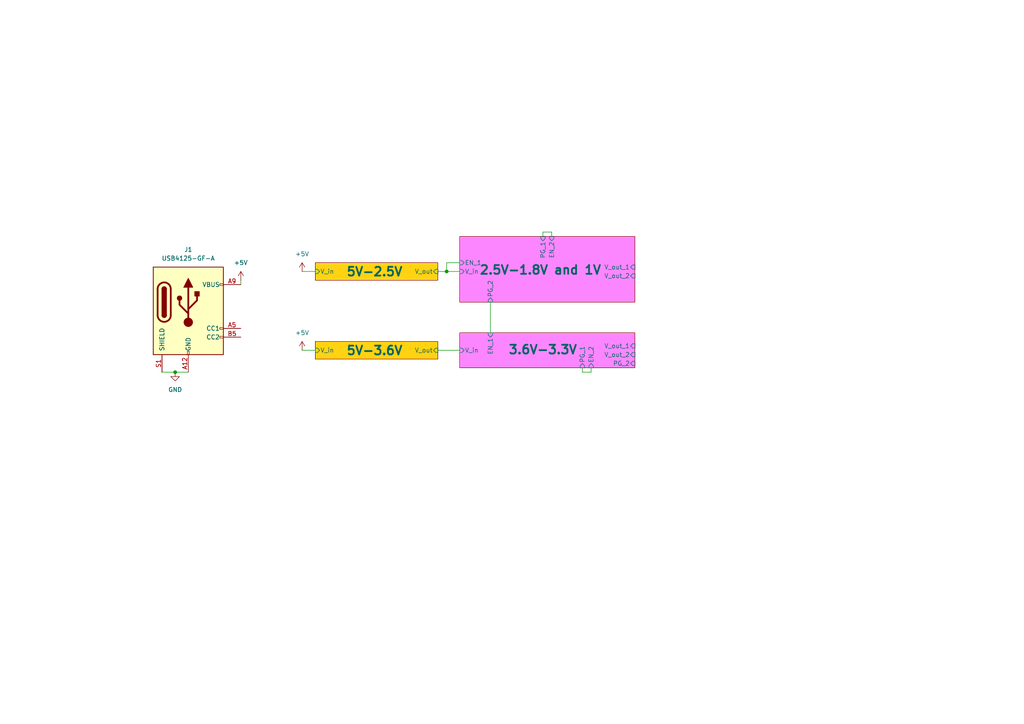
<source format=kicad_sch>
(kicad_sch (version 20250114) (generator "eeschema") (generator_version "9.0")
  (paper "A4")
  (title_block (title "PSU Stamp for Spartan7") (date "2025-07-14") (rev "0"))
  (lib_symbols
    (symbol "Connector:USB_C_Receptacle_PowerOnly_6P" (pin_names (offset 1.016))
      (property "Reference" "J" (at 0 16.51 0))
      (property "Value" "USB_C_Receptacle_PowerOnly_6P" (at 0 13.97 0))
      (symbol "USB_C_Receptacle_PowerOnly_6P_0_0"
        (rectangle (start -0.254 -12.7) (end 0.254 -11.684))
        (rectangle (start 10.16 7.874) (end 9.144 7.366))
        (rectangle (start 10.16 -4.826) (end 9.144 -5.334))
        (rectangle (start 10.16 -7.366) (end 9.144 -7.874))
      )
      (symbol "USB_C_Receptacle_PowerOnly_6P_0_1"
        (rectangle (start -10.16 12.7) (end 10.16 -12.7) (stroke (width 0.254)) (fill (type background)))
        (polyline (pts (xy -8.89 -1.27) (xy -8.89 6.35)) (stroke (width 0.508)))
        (rectangle (start -7.62 -1.27) (end -6.35 6.35) (stroke (width 0.254)) (fill (type outline)))
        (arc (start -7.62 6.35) (mid -6.985 6.9823) (end -6.35 6.35) (stroke (width 0.254)))
        (arc (start -7.62 6.35) (mid -6.985 6.9823) (end -6.35 6.35) (stroke (width 0.254)) (fill (type outline)))
        (arc (start -8.89 6.35) (mid -6.985 8.2467) (end -5.08 6.35) (stroke (width 0.508)))
        (arc (start -5.08 -1.27) (mid -6.985 -3.1667) (end -8.89 -1.27) (stroke (width 0.508)))
        (arc (start -6.35 -1.27) (mid -6.985 -1.9023) (end -7.62 -1.27) (stroke (width 0.254)))
        (arc (start -6.35 -1.27) (mid -6.985 -1.9023) (end -7.62 -1.27) (stroke (width 0.254)) (fill (type outline)))
        (polyline (pts (xy -5.08 6.35) (xy -5.08 -1.27)) (stroke (width 0.508)))
        (circle (center -2.54 3.683) (radius 0.635) (stroke (width 0.254)) (fill (type outline)))
        (polyline (pts (xy -1.27 6.858) (xy 0 9.398) (xy 1.27 6.858) (xy -1.27 6.858)) (stroke (width 0.254)) (fill (type outline)))
        (polyline (pts (xy 0 0.508) (xy 2.54 3.048) (xy 2.54 4.318)) (stroke (width 0.508)))
        (polyline (pts (xy 0 -0.762) (xy -2.54 1.778) (xy -2.54 3.048)) (stroke (width 0.508)))
        (polyline (pts (xy 0 -3.302) (xy 0 6.858)) (stroke (width 0.508)))
        (circle (center 0 -3.302) (radius 1.27) (fill (type outline)))
        (rectangle (start 1.905 4.318) (end 3.175 5.588) (stroke (width 0.254)) (fill (type outline)))
      )
      (symbol "USB_C_Receptacle_PowerOnly_6P_1_1"
        (pin passive line (at -7.62 -17.78 90) (length 5.08) (name "SHIELD") (number "S1"))
        (pin passive line (at 0 -17.78 90) (length 5.08) (name "GND") (number "A12"))
        (pin passive line (at 0 -17.78 90) (length 5.08) (hide yes) (name "GND") (number "B12"))
        (pin passive line (at 15.24 7.62 180) (length 5.08) (name "VBUS") (number "A9"))
        (pin passive line (at 15.24 7.62 180) (length 5.08) (hide yes) (name "VBUS") (number "B9"))
        (pin bidirectional line (at 15.24 -5.08 180) (length 5.08) (name "CC1") (number "A5"))
        (pin bidirectional line (at 15.24 -7.62 180) (length 5.08) (name "CC2") (number "B5"))
      )
    )
    (symbol "power:+5V" (power) (pin_numbers (hide yes)) (pin_names (offset 0) (hide yes))
      (property "Value" "+5V" (at 0 3.556 0))
      (symbol "+5V_0_1"
        (polyline (pts (xy -0.762 1.27) (xy 0 2.54)))
        (polyline (pts (xy 0 2.54) (xy 0.762 1.27)))
        (polyline (pts (xy 0 0) (xy 0 2.54)))
      )
      (symbol "+5V_1_1"
        (pin power_in line (at 0 0 90) (length 0) (name "~") (number "1"))
      )
    )
    (symbol "power:GND" (power) (pin_numbers (hide yes)) (pin_names (offset 0) (hide yes))
      (property "Value" "GND" (at 0 -3.81 0))
      (symbol "GND_0_1"
        (polyline (pts (xy 0 0) (xy 0 -1.27) (xy 1.27 -1.27) (xy 0 -2.54) (xy -1.27 -1.27) (xy 0 -1.27)))
      )
      (symbol "GND_1_1"
        (pin power_in line (at 0 0 270) (length 0) (name "~") (number "1"))
      )
    )
  )
  (junction (at 50.8 107.95))
  (junction (at 129.54 78.74))
  (wire (pts (xy 129.54 78.74) (xy 133.35 78.74)))
  (wire (pts (xy 129.54 76.2) (xy 129.54 78.74)))
  (wire (pts (xy 46.99 107.95) (xy 50.8 107.95)))
  (wire (pts (xy 168.91 107.95) (xy 171.45 107.95)))
  (wire (pts (xy 133.35 76.2) (xy 129.54 76.2)))
  (wire (pts (xy 87.63 78.74) (xy 91.44 78.74)))
  (wire (pts (xy 160.02 67.31) (xy 160.02 68.58)))
  (wire (pts (xy 127 78.74) (xy 129.54 78.74)))
  (wire (pts (xy 87.63 101.6) (xy 91.44 101.6)))
  (wire (pts (xy 157.48 67.31) (xy 160.02 67.31)))
  (wire (pts (xy 168.91 106.68) (xy 168.91 107.95)))
  (wire (pts (xy 157.48 68.58) (xy 157.48 67.31)))
  (wire (pts (xy 69.85 82.55) (xy 69.85 81.28)))
  (wire (pts (xy 127 101.6) (xy 133.35 101.6)))
  (wire (pts (xy 142.24 87.63) (xy 142.24 96.52)))
  (wire (pts (xy 171.45 107.95) (xy 171.45 106.68)))
  (wire (pts (xy 50.8 107.95) (xy 54.61 107.95)))
  (symbol (lib_id "power:+5V") (at 87.63 101.6 0) (unit 1)
    (property "Reference" "#PWR04" (effects (hide yes)))
    (property "Value" "+5V" (at 87.63 96.52 0))
    (property "Description" "Power symbol creates a global label with name \"+5V\"" (effects (hide yes)))
  )
  (symbol (lib_id "power:+5V") (at 69.85 81.28 0) (unit 1)
    (property "Reference" "#PWR02" (effects (hide yes)))
    (property "Value" "+5V" (at 69.85 76.2 0))
    (property "Description" "Power symbol creates a global label with name \"+5V\"" (effects (hide yes)))
  )
  (symbol (lib_id "power:+5V") (at 87.63 78.74 0) (unit 1)
    (property "Reference" "#PWR03" (effects (hide yes)))
    (property "Value" "+5V" (at 87.63 73.66 0))
    (property "Description" "Power symbol creates a global label with name \"+5V\"" (effects (hide yes)))
  )
  (symbol (lib_id "power:GND") (at 50.8 107.95 0) (unit 1)
    (property "Reference" "#PWR01" (effects (hide yes)))
    (property "Value" "GND" (at 50.8 113.03 0))
    (property "Description" "Power symbol creates a global label with name \"GND\" , ground" (effects (hide yes)))
  )
  (symbol (lib_id "Connector:USB_C_Receptacle_PowerOnly_6P") (at 54.61 90.17 0) (unit 1)
    (property "Reference" "J1" (at 54.61 72.39 0))
    (property "Value" "USB4125-GF-A" (at 54.61 74.93 0))
    (property "Footprint" "Connector_USB:USB_C_Receptacle_HRO_TYPE-C-31-M-17" (effects (hide yes)))
    (property "Datasheet" "https://www.usb.org/sites/default/files/documents/usb_type-c.zip" (effects (hide yes)))
    (property "Description" "USB Power-Only 6P Type-C Receptacle connector" (effects (hide yes)))
  )
  (sheet (at 91.44 76.2) (size 35.56 5.08) (stroke (width 0.1524)) (fill (color 255 210 18 1.0000))
    (property "Sheetname" "5V-2.5V" (at 100.33 80.264 0) (effects (font (size 2.54 2.54) (thickness 0.508) (bold yes)) (justify left bottom)))
    (property "Sheetfile" "LT3081EDF.kicad_sch" (effects (hide yes)))
    (pin "V_in" input (at 91.44 78.74 180))
    (pin "V_out" input (at 127 78.74 0))
  )
  (sheet (at 133.35 96.52) (size 50.8 10.16) (stroke (width 0.1524)) (fill (color 252 134 255 1.0000))
    (property "Sheetname" "3.6V-3.3V" (at 147.32 102.87 0) (effects (font (size 2.54 2.54) (thickness 0.508) (bold yes)) (justify left bottom)))
    (property "Sheetfile" "TPS7A8801RTJT.kicad_sch" (effects (hide yes)))
    (pin "V_in" input (at 133.35 101.6 180))
    (pin "V_out_1" input (at 184.15 100.33 0))
    (pin "V_out_2" input (at 184.15 102.87 0))
    (pin "EN_1" input (at 142.24 96.52 90))
    (pin "EN_2" input (at 171.45 106.68 270))
    (pin "PG_1" input (at 168.91 106.68 270))
    (pin "PG_2" input (at 184.15 105.41 0))
  )
  (sheet (at 133.35 68.58) (size 50.8 19.05) (stroke (width 0.1524)) (fill (color 252 134 255 1.0000))
    (property "Sheetname" "2.5V-1.8V and 1V" (at 138.938 79.756 0) (effects (font (size 2.54 2.54) (thickness 0.508) (bold yes)) (justify left bottom)))
    (property "Sheetfile" "TPS7A8801RTJT.kicad_sch" (effects (hide yes)))
    (pin "V_in" input (at 133.35 78.74 180))
    (pin "V_out_1" input (at 184.15 77.47 0))
    (pin "V_out_2" input (at 184.15 80.01 0))
    (pin "EN_1" input (at 133.35 76.2 180))
    (pin "EN_2" input (at 160.02 68.58 90))
    (pin "PG_1" input (at 157.48 68.58 90))
    (pin "PG_2" input (at 142.24 87.63 270))
  )
  (sheet (at 91.44 99.06) (size 35.56 5.08) (stroke (width 0.1524)) (fill (color 255 210 18 1.0000))
    (property "Sheetname" "5V-3.6V" (at 100.33 103.124 0) (effects (font (size 2.54 2.54) (thickness 0.508) (bold yes)) (justify left bottom)))
    (property "Sheetfile" "LT3081EDF.kicad_sch" (effects (hide yes)))
    (pin "V_in" input (at 91.44 101.6 180))
    (pin "V_out" input (at 127 101.6 0))
  )
)
</source>
